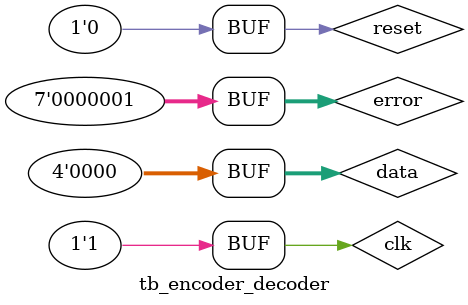
<source format=v>
`timescale 1ns / 1ps

// Description: test bench for encoder/decoder, links both encoder and decoder module
// in testbench. In this testbench there is an error reg where we can add where we 
// want the single bit error. So the decoder can correct it and output the correct data

//////////////////////////////////////////////////////////////////////////////////

module tb_encoder_decoder(
    );
    
    //encoder
    reg [3:0] data;
    wire [6:0] codeword;
    //decoder
    wire [6:0] error_codeword;
    wire [6:0] fixed_codeword;
    wire [3:0] decoded_data;
    //error bus
    reg [6:0] error; //will determine which bit will get error
    
    reg clk;
    reg reset;
    
    assign error_codeword = error ^ codeword; //interrupted code word with single bit error

    encoder encoder1 (.data(data),.codeword(codeword),.clk(clk),.reset(reset));
    decoder decoder1 (.data(decoded_data),.in(error_codeword),.clk(clk),.reset(reset),.fixed_codeword(fixed_codeword));



/////////////////////////////////////////////////////
//loop to create clock input
 always 
 begin 
clk = 1'b0; #10;
clk = 1'b1; #10;
 end
/////////////////////////////////////////////////////
/////////////////////////////////////////////////////

initial 
    begin 
    //begins with one reset
    reset =   1'b1;  data = 4'b0000; error = 7'b0000000; #50;
                                   
    reset =   1'b0;  data = 4'b0000; error = 7'b0000000; #100;
    reset =   1'b0;  data = 4'b0001; error = 7'b0000001; #100;
    reset =   1'b0;  data = 4'b0010; error = 7'b0000010; #100;
    reset =   1'b0;  data = 4'b0011; error = 7'b0000100; #100;
    reset =   1'b0;  data = 4'b1000; error = 7'b0001000; #100;
    reset =   1'b0;  data = 4'b1001; error = 7'b0010000; #100;
    reset =   1'b0;  data = 4'b1010; error = 7'b0100000; #100;
    reset =   1'b0;  data = 4'b1011; error = 7'b1000000; #100;  
    reset =   1'b0;  data = 4'b1111; error = 7'b0000001; #100;
    /////////////////////////////////////////////////////
    //reset enabled
    reset =   1'b1;  data = 4'b0000; #30;
    reset =   1'b1;  data = 4'b0001; #30;
    /////////////////////////////////////////////////////
    //back to reset disabled 
    reset =   1'b0;  data = 4'b0000; #30;

   end
   endmodule

</source>
